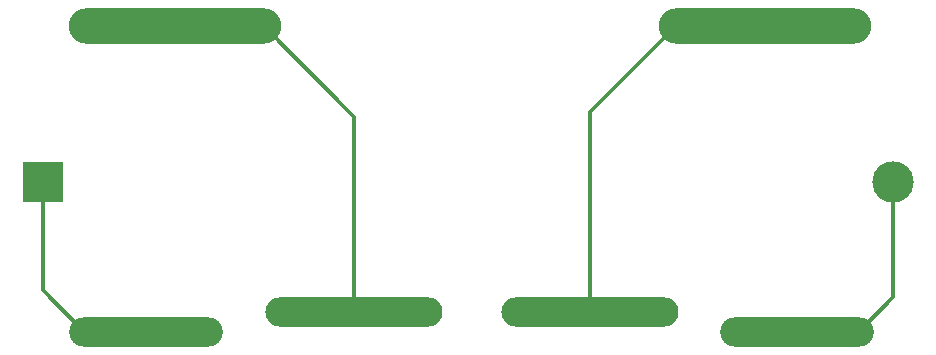
<source format=gbr>
G04 #@! TF.GenerationSoftware,KiCad,Pcbnew,5.1.4-e60b266~84~ubuntu19.04.1*
G04 #@! TF.CreationDate,2019-09-15T17:49:51+02:00*
G04 #@! TF.ProjectId,middle,6d696464-6c65-42e6-9b69-6361645f7063,rev?*
G04 #@! TF.SameCoordinates,Original*
G04 #@! TF.FileFunction,Copper,L2,Bot*
G04 #@! TF.FilePolarity,Positive*
%FSLAX46Y46*%
G04 Gerber Fmt 4.6, Leading zero omitted, Abs format (unit mm)*
G04 Created by KiCad (PCBNEW 5.1.4-e60b266~84~ubuntu19.04.1) date 2019-09-15 17:49:51*
%MOMM*%
%LPD*%
G04 APERTURE LIST*
%ADD10O,15.000000X2.500000*%
%ADD11O,18.000000X3.000000*%
%ADD12O,13.000000X2.500000*%
%ADD13R,3.500000X3.500000*%
%ADD14C,3.500000*%
%ADD15C,0.300000*%
G04 APERTURE END LIST*
D10*
X10000000Y18350000D03*
D11*
X24750000Y42550000D03*
D10*
X-10000000Y18400000D03*
D11*
X-25150000Y42550000D03*
D12*
X27450000Y16700000D03*
X-27600000Y16700000D03*
D13*
X-36350000Y29400000D03*
D14*
X35650000Y29400000D03*
D15*
X-32850000Y16700000D02*
X-27600000Y16700000D01*
X-36350000Y20200000D02*
X-32850000Y16700000D01*
X-36350000Y29400000D02*
X-36350000Y20200000D01*
X32700000Y16700000D02*
X27450000Y16700000D01*
X35650000Y19650000D02*
X32700000Y16700000D01*
X35650000Y29400000D02*
X35650000Y19650000D01*
X-17650000Y42550000D02*
X-25150000Y42550000D01*
X-10000000Y34900000D02*
X-17650000Y42550000D01*
X-10000000Y18400000D02*
X-10000000Y34900000D01*
X17250000Y42550000D02*
X24750000Y42550000D01*
X10000000Y35300000D02*
X17250000Y42550000D01*
X10000000Y18350000D02*
X10000000Y35300000D01*
M02*

</source>
